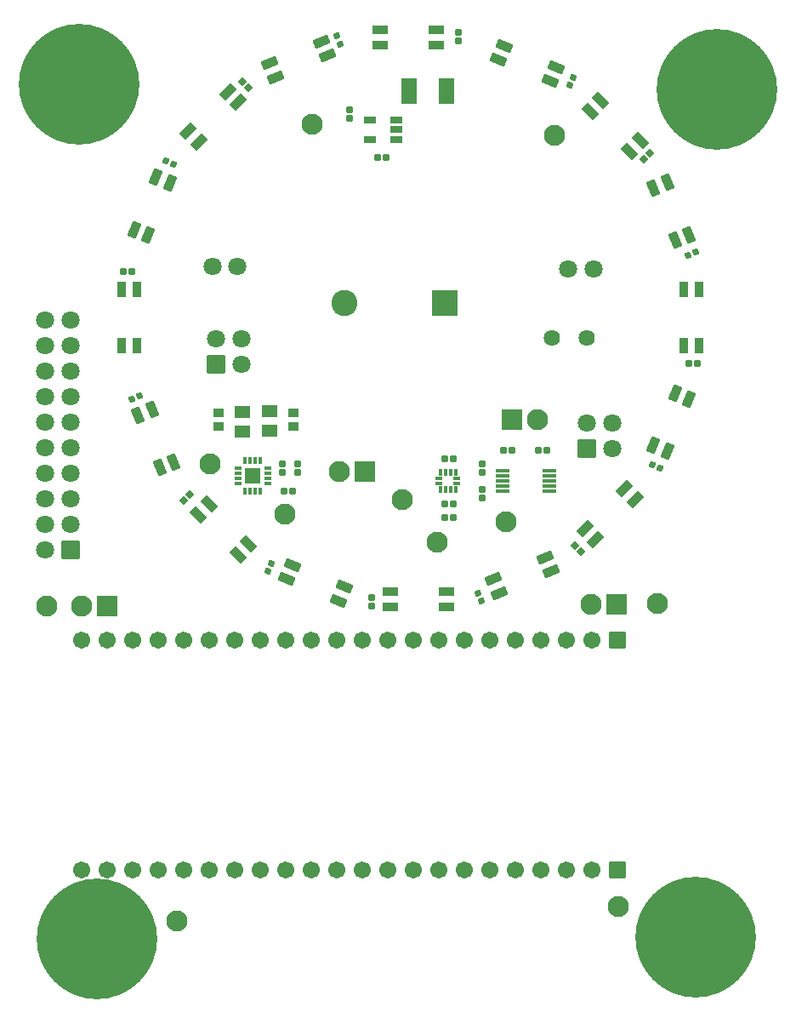
<source format=gts>
G04 Layer: TopSolderMaskLayer*
G04 EasyEDA Pro v2.2.45.4, 2026-01-14 12:02:54*
G04 Gerber Generator version 0.3*
G04 Scale: 100 percent, Rotated: No, Reflected: No*
G04 Dimensions in millimeters*
G04 Leading zeros omitted, absolute positions, 4 integers and 5 decimals*
G04 Generated by one-click*
%FSLAX45Y45*%
%MOMM*%
%AMRoundRect*1,1,$1,$2,$3*1,1,$1,$4,$5*1,1,$1,0-$2,0-$3*1,1,$1,0-$4,0-$5*20,1,$1,$2,$3,$4,$5,0*20,1,$1,$4,$5,0-$2,0-$3,0*20,1,$1,0-$2,0-$3,0-$4,0-$5,0*20,1,$1,0-$4,0-$5,$2,$3,0*4,1,4,$2,$3,$4,$5,0-$2,0-$3,0-$4,0-$5,$2,$3,0*%
%ADD10RoundRect,0.08692X-0.25734X0.27734X0.25734X0.27734*%
%ADD11RoundRect,0.08692X-0.27734X-0.25734X-0.27734X0.25734*%
%ADD12RoundRect,0.09556X-0.75614X1.19102X0.75614X1.19102*%
%ADD13RoundRect,0.08692X-0.35471X-0.13162X-0.15775X0.34388*%
%ADD14RoundRect,0.08692X-0.37808X0.01414X-0.01414X0.37808*%
%ADD15RoundRect,0.08692X-0.34388X0.15775X0.13162X0.35471*%
%ADD16RoundRect,0.0964X0.13162X-0.35471X-0.34388X-0.15775*%
%ADD17RoundRect,0.08692X0.13162X-0.35471X-0.34388X-0.15775*%
%ADD18RoundRect,0.08692X-0.01414X-0.37808X-0.37808X-0.01414*%
%ADD19RoundRect,0.08692X-0.15775X-0.34388X-0.35471X0.13162*%
%ADD20RoundRect,0.09131X-0.45514X-0.40514X-0.45514X0.40514*%
%ADD21C,1.8016*%
%ADD22RoundRect,0.09588X-0.80286X0.80286X0.80286X0.80286*%
%ADD23C,1.7016*%
%ADD24RoundRect,0.09691X-1.00234X1.00234X1.00234X1.00234*%
%ADD25C,2.1016*%
%ADD26RoundRect,0.09618X-0.85271X0.85271X0.85271X0.85271*%
%ADD27RoundRect,0.09618X-0.85271X-0.85271X-0.85271X0.85271*%
%ADD28RoundRect,0.09387X-0.69237X-0.57013X-0.69237X0.57013*%
%ADD29RoundRect,0.0902X-0.7549X-0.4149X-0.7549X0.4149*%
%ADD30RoundRect,0.0902X-0.85621X-0.09443X-0.53866X0.6722*%
%ADD31RoundRect,0.0902X-0.82717X0.24042X-0.24042X0.82717*%
%ADD32RoundRect,0.0902X-0.6722X0.53866X0.09443X0.85621*%
%ADD33RoundRect,0.0902X-0.4149X0.7549X0.4149X0.7549*%
%ADD34RoundRect,0.0902X0.09443X-0.85621X-0.6722X-0.53866*%
%ADD35RoundRect,0.0902X-0.24042X-0.82717X-0.82717X-0.24042*%
%ADD36RoundRect,0.0902X-0.53866X-0.6722X-0.85621X0.09443*%
%ADD37RoundRect,0.08771X-0.27695X-0.28977X-0.27695X0.28977*%
%ADD38RoundRect,0.08771X-0.28977X0.27695X0.28977X0.27695*%
%ADD39RoundRect,0.09778X-1.25191X1.25191X1.25191X1.25191*%
%ADD40C,2.6016*%
%ADD41RoundRect,0.08875X-0.55642X0.30643X0.55642X0.30643*%
%ADD42RoundRect,0.08024X-0.26068X0.15069X0.26068X0.15069*%
%ADD43RoundRect,0.08024X-0.15069X0.26068X0.15069X0.26068*%
%ADD44RoundRect,0.08136X-0.66032X-0.16032X-0.66032X0.16032*%
%ADD45RoundRect,0.07882X-0.13639X0.31139X0.13639X0.31139*%
%ADD46RoundRect,0.07882X-0.31139X-0.13639X-0.31139X0.13639*%
%ADD47RoundRect,0.09554X-0.75303X-0.75303X-0.75303X0.75303*%
%ADD48C,1.6256*%
%ADD49C,12.0*%
%ADD50C,2.10003*%
G75*


G04 Pad Start*
G54D10*
G01X3780688Y8382000D03*
G01X3864712Y8382000D03*
G01X4453788Y4940300D03*
G01X4537812Y4940300D03*
G01X4453788Y4800600D03*
G01X4537812Y4800600D03*
G01X4453788Y5384800D03*
G01X4537812Y5384800D03*
G01X5464912Y5473700D03*
G01X5380888Y5473700D03*
G01X5037988Y5473700D03*
G01X5122012Y5473700D03*
G54D11*
G01X4584700Y9630512D03*
G01X4584700Y9546488D03*
G54D12*
G01X4465955Y9042400D03*
G01X4093845Y9042400D03*
G54D13*
G01X5731077Y9182814D03*
G01X5698923Y9105186D03*
G54D14*
G01X6494007Y8424407D03*
G01X6434593Y8364993D03*
G54D15*
G01X6947614Y7445577D03*
G01X6869986Y7413423D03*
G54D10*
G01X6963512Y6337300D03*
G01X6879488Y6337300D03*
G54D17*
G01X6592014Y5292523D03*
G01X6514386Y5324677D03*
G54D18*
G01X5808207Y4466093D03*
G01X5748793Y4525507D03*
G54D19*
G01X4816677Y3974386D03*
G01X4784523Y4052014D03*
G54D11*
G01X2832100Y5253888D03*
G01X2832100Y5337912D03*
G01X2984500Y5253888D03*
G01X2984500Y5337912D03*
G54D20*
G01X2197100Y5848502D03*
G01X2197100Y5708498D03*
G01X2946400Y5848502D03*
G01X2946400Y5708498D03*
G54D11*
G01X3721100Y3920388D03*
G01X3721100Y4004412D03*
G54D13*
G01X2689023Y4266486D03*
G01X2721177Y4344114D03*
G54D14*
G01X1849893Y4974093D03*
G01X1909307Y5033507D03*
G54D15*
G01X1332786Y5978323D03*
G01X1410414Y6010477D03*
G54D10*
G01X1253388Y7251700D03*
G01X1337412Y7251700D03*
G54D17*
G01X1675686Y8347277D03*
G01X1753314Y8315123D03*
G54D18*
G01X2434093Y9135607D03*
G01X2493507Y9076193D03*
G54D19*
G01X3378914Y9591877D03*
G01X3411068Y9514250D03*
G54D21*
G01X5678899Y7277100D03*
G01X5928898Y7277100D03*
G01X2135599Y7302500D03*
G01X2385598Y7302500D03*
G54D22*
G01X6172200Y3581400D03*
G54D23*
G01X5918200Y3581400D03*
G01X5664200Y3581400D03*
G01X5410200Y3581400D03*
G01X5156200Y3581400D03*
G01X4902200Y3581400D03*
G01X4648200Y3581400D03*
G01X4394200Y3581400D03*
G01X4140200Y3581400D03*
G01X3886200Y3581400D03*
G01X3632200Y3581400D03*
G01X3378200Y3581400D03*
G01X3124200Y3581400D03*
G01X2870200Y3581400D03*
G01X2616200Y3581400D03*
G01X2362200Y3581400D03*
G01X2108200Y3581400D03*
G01X1854200Y3581400D03*
G01X1600200Y3581400D03*
G01X1346200Y3581400D03*
G01X1092200Y3581400D03*
G01X838200Y3581400D03*
G54D22*
G01X6172200Y1295400D03*
G54D23*
G01X5918200Y1295400D03*
G01X5664200Y1295400D03*
G01X5410200Y1295400D03*
G01X5156200Y1295400D03*
G01X4902200Y1295400D03*
G01X4648200Y1295400D03*
G01X4394200Y1295400D03*
G01X4140200Y1295400D03*
G01X3886200Y1295400D03*
G01X3632200Y1295400D03*
G01X3378200Y1295400D03*
G01X3124200Y1295400D03*
G01X2870200Y1295400D03*
G01X2616200Y1295400D03*
G01X2362200Y1295400D03*
G01X2108200Y1295400D03*
G01X1854200Y1295400D03*
G01X1600200Y1295400D03*
G01X1346200Y1295400D03*
G01X1092200Y1295400D03*
G01X838200Y1295400D03*
G54D24*
G01X6159500Y3937000D03*
G54D25*
G01X5905500Y3937000D03*
G54D24*
G01X1092200Y3924300D03*
G54D25*
G01X838200Y3924300D03*
G54D26*
G01X5867400Y5486400D03*
G54D21*
G01X5867400Y5740400D03*
G01X6121400Y5486400D03*
G01X6121400Y5740400D03*
G54D26*
G01X2171700Y6324600D03*
G54D21*
G01X2171700Y6578600D03*
G01X2425700Y6324600D03*
G01X2425700Y6578600D03*
G54D24*
G01X5118100Y5778500D03*
G54D25*
G01X5372100Y5778500D03*
G54D24*
G01X3657600Y5257800D03*
G54D25*
G01X3403600Y5257800D03*
G54D21*
G01X469900Y6769100D03*
G01X723900Y6769100D03*
G01X469900Y6515100D03*
G01X723900Y6515100D03*
G01X469900Y6261100D03*
G01X723900Y6261100D03*
G01X469900Y6007100D03*
G01X723900Y6007100D03*
G01X469900Y5753100D03*
G01X723900Y5753100D03*
G01X469900Y5499100D03*
G01X723900Y5499100D03*
G01X469900Y5245100D03*
G01X723900Y5245100D03*
G01X469900Y4991100D03*
G01X723900Y4991100D03*
G01X469900Y4737100D03*
G01X723900Y4737100D03*
G01X469900Y4483100D03*
G54D27*
G01X723900Y4483100D03*
G54D28*
G01X2705100Y5669178D03*
G01X2705100Y5862422D03*
G01X2438400Y5656478D03*
G01X2438400Y5849722D03*
G54D29*
G01X4369410Y9650806D03*
G01X4369410Y9500794D03*
G01X3809390Y9500794D03*
G01X3809390Y9650806D03*
G54D30*
G01X5557899Y9283942D03*
G01X5500491Y9145348D03*
G01X4983101Y9359658D03*
G01X5040509Y9498252D03*
G54D31*
G01X6397834Y8554541D03*
G01X6291759Y8448466D03*
G01X5895766Y8844459D03*
G01X6001841Y8950534D03*
G54D32*
G01X6882052Y7618609D03*
G01X6743458Y7561201D03*
G01X6529148Y8078591D03*
G01X6667742Y8135999D03*
G54D33*
G01X6983806Y6514490D03*
G01X6833794Y6514490D03*
G01X6833794Y7074510D03*
G01X6983806Y7074510D03*
G54D34*
G01X6667742Y5465701D03*
G01X6529148Y5523109D03*
G01X6743458Y6040499D03*
G01X6882052Y5983091D03*
G54D35*
G01X5951041Y4587666D03*
G01X5844966Y4693741D03*
G01X6240959Y5089734D03*
G01X6347034Y4983659D03*
G54D36*
G01X4989709Y4052648D03*
G01X4932301Y4191242D03*
G01X5449691Y4405552D03*
G01X5507099Y4266958D03*
G54D29*
G01X3910990Y3912794D03*
G01X3910990Y4062806D03*
G01X4471010Y4062806D03*
G01X4471010Y3912794D03*
G54D30*
G01X2874901Y4190758D03*
G01X2932309Y4329352D03*
G01X3449699Y4115042D03*
G01X3392291Y3976448D03*
G54D31*
G01X1996866Y4831259D03*
G01X2102941Y4937334D03*
G01X2498934Y4541341D03*
G01X2392859Y4435266D03*
G54D32*
G01X1398348Y5817991D03*
G01X1536942Y5875399D03*
G01X1751252Y5358009D03*
G01X1612658Y5300601D03*
G54D33*
G01X1233094Y7074510D03*
G01X1383106Y7074510D03*
G01X1383106Y6514490D03*
G01X1233094Y6514490D03*
G54D34*
G01X1574558Y8186799D03*
G01X1713152Y8129391D03*
G01X1498842Y7612001D03*
G01X1360248Y7669409D03*
G54D35*
G01X2291259Y9039434D03*
G01X2397334Y8933359D03*
G01X2001341Y8537366D03*
G01X1895266Y8643441D03*
G54D36*
G01X3227191Y9536352D03*
G01X3284599Y9397758D03*
G01X2767209Y9183448D03*
G01X2709801Y9322042D03*
G54D37*
G01X3505200Y8857082D03*
G01X3505200Y8770518D03*
G01X4826000Y5339182D03*
G01X4826000Y5252618D03*
G01X4826000Y4998618D03*
G01X4826000Y5085182D03*
G54D38*
G01X2938882Y5067300D03*
G01X2852318Y5067300D03*
G54D39*
G01X4449702Y6934200D03*
G54D40*
G01X3449704Y6934200D03*
G54D41*
G01X3705390Y8566404D03*
G01X3705390Y8756396D03*
G01X3965410Y8756396D03*
G01X3965410Y8661400D03*
G01X3965410Y8566404D03*
G54D42*
G01X4395597Y5143906D03*
G01X4395597Y5193894D03*
G54D43*
G01X4408094Y5256403D03*
G01X4458106Y5256403D03*
G01X4508094Y5256403D03*
G01X4558106Y5256403D03*
G54D42*
G01X4570603Y5193894D03*
G01X4570603Y5143906D03*
G54D43*
G01X4558106Y5081397D03*
G01X4508094Y5081397D03*
G01X4458106Y5081397D03*
G01X4408094Y5081397D03*
G54D44*
G01X5022799Y5268887D03*
G01X5022799Y5218900D03*
G01X5022799Y5168913D03*
G01X5022799Y5118900D03*
G01X5022799Y5068888D03*
G01X5492801Y5068913D03*
G01X5492801Y5118900D03*
G01X5492801Y5168887D03*
G01X5492801Y5218900D03*
G01X5492801Y5268913D03*
G54D45*
G01X2465159Y5069700D03*
G01X2515146Y5069700D03*
G01X2565159Y5069700D03*
G01X2615146Y5069700D03*
G54D46*
G01X2690000Y5144910D03*
G01X2690000Y5194897D03*
G01X2690000Y5244910D03*
G01X2690000Y5294897D03*
G54D45*
G01X2614994Y5369700D03*
G01X2565006Y5369700D03*
G01X2514994Y5369700D03*
G01X2465159Y5369700D03*
G54D46*
G01X2390000Y5294897D03*
G01X2390000Y5244910D03*
G01X2390000Y5194897D03*
G01X2390000Y5144910D03*
G54D47*
G01X2540013Y5219687D03*
G54D48*
G01X5867400Y6591300D03*
G01X5517400Y6591300D03*
G54D49*
G01X984267Y608525D03*
G01X7159167Y9063728D03*
G01X811867Y9110882D03*
G01X6950567Y632968D03*
G54D50*
G01X6565900Y3949700D03*
G01X484646Y3922271D03*
G01X1780046Y789325D03*
G01X3126246Y8711128D03*
G01X5056646Y4758430D03*
G01X4370846Y4559185D03*
G01X2110246Y5338985D03*
G01X2859546Y4834939D03*
G01X4027946Y4979485D03*
G01X5539246Y8602940D03*
G01X6174246Y937240D03*
G04 Pad End*

M02*


</source>
